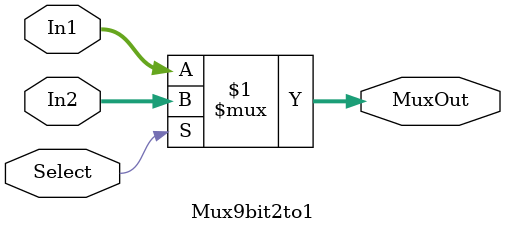
<source format=v>
`timescale 1ns/1ns
module Mux9bit2to1(input Select, input [8:0]In1,In2, output [8:0]MuxOut);
  assign MuxOut = Select ? In2 : In1; //input 0 goes first!
endmodule
</source>
